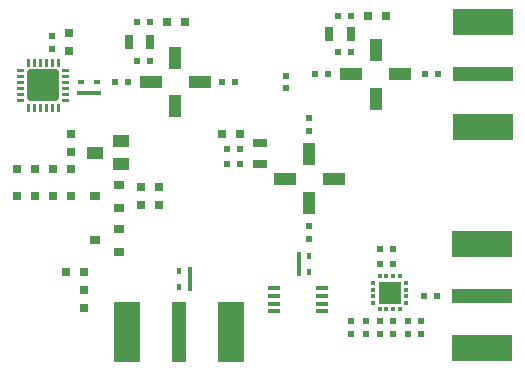
<source format=gtp>
G75*
%MOIN*%
%OFA0B0*%
%FSLAX24Y24*%
%IPPOS*%
%LPD*%
%AMOC8*
5,1,8,0,0,1.08239X$1,22.5*
%
%ADD10R,0.0315X0.0472*%
%ADD11R,0.2000X0.0450*%
%ADD12R,0.2000X0.0900*%
%ADD13R,0.0160X0.0120*%
%ADD14R,0.0120X0.0160*%
%ADD15R,0.0770X0.0770*%
%ADD16R,0.0300X0.0300*%
%ADD17R,0.0400X0.0720*%
%ADD18R,0.0720X0.0400*%
%ADD19C,0.0030*%
%ADD20C,0.0262*%
%ADD21R,0.0354X0.0315*%
%ADD22R,0.0551X0.0394*%
%ADD23R,0.0394X0.0177*%
%ADD24R,0.0236X0.0138*%
%ADD25R,0.0787X0.0138*%
%ADD26R,0.0138X0.0236*%
%ADD27R,0.0138X0.0787*%
%ADD28R,0.0472X0.0315*%
%ADD29R,0.0450X0.2000*%
%ADD30R,0.0900X0.2000*%
%ADD31R,0.0236X0.0197*%
%ADD32R,0.0197X0.0236*%
D10*
X005257Y012943D03*
X005966Y012943D03*
X011944Y013193D03*
X012653Y013193D03*
D11*
X017059Y011855D03*
X017027Y004462D03*
D12*
X017027Y006202D03*
X017027Y002722D03*
X017059Y010115D03*
X017059Y013595D03*
D13*
X014500Y004902D03*
X014500Y004682D03*
X014500Y004462D03*
X014500Y004242D03*
X013410Y004242D03*
X013410Y004462D03*
X013410Y004682D03*
X013410Y004902D03*
D14*
X013625Y005117D03*
X013845Y005117D03*
X014065Y005117D03*
X014285Y005117D03*
X014285Y004027D03*
X014065Y004027D03*
X013845Y004027D03*
X013625Y004027D03*
D15*
X013955Y004572D03*
D16*
X003755Y004080D03*
X003755Y004680D03*
X003755Y005255D03*
X003155Y005255D03*
X005674Y007487D03*
X006267Y007487D03*
X006267Y008087D03*
X005674Y008087D03*
X003317Y007787D03*
X002717Y007787D03*
X002130Y007787D03*
X001530Y007787D03*
X001530Y008693D03*
X002130Y008693D03*
X002717Y008693D03*
X003317Y008693D03*
X003330Y009260D03*
X003330Y009860D03*
X003255Y012643D03*
X003255Y013243D03*
X006518Y013599D03*
X007118Y013599D03*
X008361Y009870D03*
X008961Y009870D03*
X013226Y013787D03*
X013826Y013787D03*
D17*
X013486Y012670D03*
X013486Y011040D03*
X011267Y009195D03*
X011267Y007565D03*
X006799Y010784D03*
X006799Y012414D03*
D18*
X007614Y011599D03*
X005984Y011599D03*
X010452Y008380D03*
X012082Y008380D03*
X012671Y011855D03*
X014301Y011855D03*
D19*
X003245Y011843D02*
X003039Y011843D01*
X003245Y011843D02*
X003245Y011755D01*
X003039Y011755D01*
X003039Y011843D01*
X003039Y011784D02*
X003245Y011784D01*
X003245Y011813D02*
X003039Y011813D01*
X003039Y011842D02*
X003245Y011842D01*
X003245Y012043D02*
X003039Y012043D01*
X003245Y012043D02*
X003245Y011955D01*
X003039Y011955D01*
X003039Y012043D01*
X003039Y011984D02*
X003245Y011984D01*
X003245Y012013D02*
X003039Y012013D01*
X003039Y012042D02*
X003245Y012042D01*
X002848Y012146D02*
X002848Y012352D01*
X002936Y012352D01*
X002936Y012146D01*
X002848Y012146D01*
X002848Y012175D02*
X002936Y012175D01*
X002936Y012204D02*
X002848Y012204D01*
X002848Y012233D02*
X002936Y012233D01*
X002936Y012262D02*
X002848Y012262D01*
X002848Y012291D02*
X002936Y012291D01*
X002936Y012320D02*
X002848Y012320D01*
X002848Y012349D02*
X002936Y012349D01*
X002648Y012352D02*
X002648Y012146D01*
X002648Y012352D02*
X002736Y012352D01*
X002736Y012146D01*
X002648Y012146D01*
X002648Y012175D02*
X002736Y012175D01*
X002736Y012204D02*
X002648Y012204D01*
X002648Y012233D02*
X002736Y012233D01*
X002736Y012262D02*
X002648Y012262D01*
X002648Y012291D02*
X002736Y012291D01*
X002736Y012320D02*
X002648Y012320D01*
X002648Y012349D02*
X002736Y012349D01*
X002448Y012352D02*
X002448Y012146D01*
X002448Y012352D02*
X002536Y012352D01*
X002536Y012146D01*
X002448Y012146D01*
X002448Y012175D02*
X002536Y012175D01*
X002536Y012204D02*
X002448Y012204D01*
X002448Y012233D02*
X002536Y012233D01*
X002536Y012262D02*
X002448Y012262D01*
X002448Y012291D02*
X002536Y012291D01*
X002536Y012320D02*
X002448Y012320D01*
X002448Y012349D02*
X002536Y012349D01*
X002248Y012352D02*
X002248Y012146D01*
X002248Y012352D02*
X002336Y012352D01*
X002336Y012146D01*
X002248Y012146D01*
X002248Y012175D02*
X002336Y012175D01*
X002336Y012204D02*
X002248Y012204D01*
X002248Y012233D02*
X002336Y012233D01*
X002336Y012262D02*
X002248Y012262D01*
X002248Y012291D02*
X002336Y012291D01*
X002336Y012320D02*
X002248Y012320D01*
X002248Y012349D02*
X002336Y012349D01*
X002048Y012352D02*
X002048Y012146D01*
X002048Y012352D02*
X002136Y012352D01*
X002136Y012146D01*
X002048Y012146D01*
X002048Y012175D02*
X002136Y012175D01*
X002136Y012204D02*
X002048Y012204D01*
X002048Y012233D02*
X002136Y012233D01*
X002136Y012262D02*
X002048Y012262D01*
X002048Y012291D02*
X002136Y012291D01*
X002136Y012320D02*
X002048Y012320D01*
X002048Y012349D02*
X002136Y012349D01*
X001848Y012352D02*
X001848Y012146D01*
X001848Y012352D02*
X001936Y012352D01*
X001936Y012146D01*
X001848Y012146D01*
X001848Y012175D02*
X001936Y012175D01*
X001936Y012204D02*
X001848Y012204D01*
X001848Y012233D02*
X001936Y012233D01*
X001936Y012262D02*
X001848Y012262D01*
X001848Y012291D02*
X001936Y012291D01*
X001936Y012320D02*
X001848Y012320D01*
X001848Y012349D02*
X001936Y012349D01*
X001745Y011955D02*
X001539Y011955D01*
X001539Y012043D01*
X001745Y012043D01*
X001745Y011955D01*
X001745Y011984D02*
X001539Y011984D01*
X001539Y012013D02*
X001745Y012013D01*
X001745Y012042D02*
X001539Y012042D01*
X001539Y011755D02*
X001745Y011755D01*
X001539Y011755D02*
X001539Y011843D01*
X001745Y011843D01*
X001745Y011755D01*
X001745Y011784D02*
X001539Y011784D01*
X001539Y011813D02*
X001745Y011813D01*
X001745Y011842D02*
X001539Y011842D01*
X001539Y011555D02*
X001745Y011555D01*
X001539Y011555D02*
X001539Y011643D01*
X001745Y011643D01*
X001745Y011555D01*
X001745Y011584D02*
X001539Y011584D01*
X001539Y011613D02*
X001745Y011613D01*
X001745Y011642D02*
X001539Y011642D01*
X001539Y011355D02*
X001745Y011355D01*
X001539Y011355D02*
X001539Y011443D01*
X001745Y011443D01*
X001745Y011355D01*
X001745Y011384D02*
X001539Y011384D01*
X001539Y011413D02*
X001745Y011413D01*
X001745Y011442D02*
X001539Y011442D01*
X001539Y011155D02*
X001745Y011155D01*
X001539Y011155D02*
X001539Y011243D01*
X001745Y011243D01*
X001745Y011155D01*
X001745Y011184D02*
X001539Y011184D01*
X001539Y011213D02*
X001745Y011213D01*
X001745Y011242D02*
X001539Y011242D01*
X001539Y010955D02*
X001745Y010955D01*
X001539Y010955D02*
X001539Y011043D01*
X001745Y011043D01*
X001745Y010955D01*
X001745Y010984D02*
X001539Y010984D01*
X001539Y011013D02*
X001745Y011013D01*
X001745Y011042D02*
X001539Y011042D01*
X001936Y010852D02*
X001936Y010646D01*
X001848Y010646D01*
X001848Y010852D01*
X001936Y010852D01*
X001936Y010675D02*
X001848Y010675D01*
X001848Y010704D02*
X001936Y010704D01*
X001936Y010733D02*
X001848Y010733D01*
X001848Y010762D02*
X001936Y010762D01*
X001936Y010791D02*
X001848Y010791D01*
X001848Y010820D02*
X001936Y010820D01*
X001936Y010849D02*
X001848Y010849D01*
X002136Y010852D02*
X002136Y010646D01*
X002048Y010646D01*
X002048Y010852D01*
X002136Y010852D01*
X002136Y010675D02*
X002048Y010675D01*
X002048Y010704D02*
X002136Y010704D01*
X002136Y010733D02*
X002048Y010733D01*
X002048Y010762D02*
X002136Y010762D01*
X002136Y010791D02*
X002048Y010791D01*
X002048Y010820D02*
X002136Y010820D01*
X002136Y010849D02*
X002048Y010849D01*
X002336Y010852D02*
X002336Y010646D01*
X002248Y010646D01*
X002248Y010852D01*
X002336Y010852D01*
X002336Y010675D02*
X002248Y010675D01*
X002248Y010704D02*
X002336Y010704D01*
X002336Y010733D02*
X002248Y010733D01*
X002248Y010762D02*
X002336Y010762D01*
X002336Y010791D02*
X002248Y010791D01*
X002248Y010820D02*
X002336Y010820D01*
X002336Y010849D02*
X002248Y010849D01*
X002536Y010852D02*
X002536Y010646D01*
X002448Y010646D01*
X002448Y010852D01*
X002536Y010852D01*
X002536Y010675D02*
X002448Y010675D01*
X002448Y010704D02*
X002536Y010704D01*
X002536Y010733D02*
X002448Y010733D01*
X002448Y010762D02*
X002536Y010762D01*
X002536Y010791D02*
X002448Y010791D01*
X002448Y010820D02*
X002536Y010820D01*
X002536Y010849D02*
X002448Y010849D01*
X002736Y010852D02*
X002736Y010646D01*
X002648Y010646D01*
X002648Y010852D01*
X002736Y010852D01*
X002736Y010675D02*
X002648Y010675D01*
X002648Y010704D02*
X002736Y010704D01*
X002736Y010733D02*
X002648Y010733D01*
X002648Y010762D02*
X002736Y010762D01*
X002736Y010791D02*
X002648Y010791D01*
X002648Y010820D02*
X002736Y010820D01*
X002736Y010849D02*
X002648Y010849D01*
X002936Y010852D02*
X002936Y010646D01*
X002848Y010646D01*
X002848Y010852D01*
X002936Y010852D01*
X002936Y010675D02*
X002848Y010675D01*
X002848Y010704D02*
X002936Y010704D01*
X002936Y010733D02*
X002848Y010733D01*
X002848Y010762D02*
X002936Y010762D01*
X002936Y010791D02*
X002848Y010791D01*
X002848Y010820D02*
X002936Y010820D01*
X002936Y010849D02*
X002848Y010849D01*
X003039Y011043D02*
X003245Y011043D01*
X003245Y010955D01*
X003039Y010955D01*
X003039Y011043D01*
X003039Y010984D02*
X003245Y010984D01*
X003245Y011013D02*
X003039Y011013D01*
X003039Y011042D02*
X003245Y011042D01*
X003245Y011243D02*
X003039Y011243D01*
X003245Y011243D02*
X003245Y011155D01*
X003039Y011155D01*
X003039Y011243D01*
X003039Y011184D02*
X003245Y011184D01*
X003245Y011213D02*
X003039Y011213D01*
X003039Y011242D02*
X003245Y011242D01*
X003245Y011443D02*
X003039Y011443D01*
X003245Y011443D02*
X003245Y011355D01*
X003039Y011355D01*
X003039Y011443D01*
X003039Y011384D02*
X003245Y011384D01*
X003245Y011413D02*
X003039Y011413D01*
X003039Y011442D02*
X003245Y011442D01*
X003245Y011643D02*
X003039Y011643D01*
X003245Y011643D02*
X003245Y011555D01*
X003039Y011555D01*
X003039Y011643D01*
X003039Y011584D02*
X003245Y011584D01*
X003245Y011613D02*
X003039Y011613D01*
X003039Y011642D02*
X003245Y011642D01*
D20*
X002786Y011105D02*
X001998Y011105D01*
X001998Y011893D01*
X002786Y011893D01*
X002786Y011105D01*
X002786Y011367D02*
X001998Y011367D01*
X001998Y011629D02*
X002786Y011629D01*
X002786Y011891D02*
X001998Y011891D01*
D21*
X004942Y008161D03*
X004116Y007787D03*
X004942Y007413D03*
X004942Y006692D03*
X004116Y006318D03*
X004942Y005944D03*
D22*
X004982Y008872D03*
X004982Y009620D03*
X004116Y009246D03*
D23*
X010085Y004718D03*
X010085Y004462D03*
X010085Y004206D03*
X010085Y003950D03*
X011700Y003950D03*
X011700Y004206D03*
X011700Y004462D03*
X011700Y004717D03*
D24*
X004199Y011599D03*
X003648Y011599D03*
D25*
X003924Y011245D03*
D26*
X006939Y005312D03*
X006939Y004761D03*
X011267Y005261D03*
X011267Y005812D03*
D27*
X010913Y005537D03*
X007294Y005037D03*
D28*
X009642Y008870D03*
X009642Y009578D03*
D29*
X006939Y003261D03*
D30*
X005199Y003261D03*
X008679Y003261D03*
D31*
X013625Y005537D03*
X014058Y005537D03*
X014058Y006037D03*
X013625Y006037D03*
X015111Y004460D03*
X015545Y004460D03*
X008961Y008870D03*
X008527Y008870D03*
X008527Y009370D03*
X008961Y009370D03*
X008812Y011599D03*
X008379Y011599D03*
X005966Y012287D03*
X005533Y012287D03*
X005234Y011599D03*
X004801Y011599D03*
X005533Y013599D03*
X005966Y013599D03*
X011457Y011855D03*
X011890Y011855D03*
X012220Y012613D03*
X012653Y012613D03*
X012653Y013787D03*
X012220Y013787D03*
X015143Y011855D03*
X015576Y011855D03*
D32*
X011267Y010409D03*
X011267Y009976D03*
X010486Y011383D03*
X010486Y011816D03*
X011267Y006784D03*
X011267Y006351D03*
X012667Y003623D03*
X013147Y003623D03*
X013147Y003190D03*
X012667Y003190D03*
X013625Y003190D03*
X014065Y003190D03*
X014065Y003623D03*
X013625Y003623D03*
X014547Y003623D03*
X015007Y003623D03*
X015007Y003190D03*
X014547Y003190D03*
X002692Y012695D03*
X002692Y013128D03*
M02*

</source>
